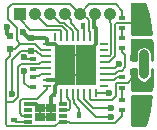
<source format=gbl>
G04 #@! TF.FileFunction,Copper,L2,Bot,Signal*
%FSLAX46Y46*%
G04 Gerber Fmt 4.6, Leading zero omitted, Abs format (unit mm)*
G04 Created by KiCad (PCBNEW 4.0.4+e1-6308~48~ubuntu14.04.1-stable) date Sat Nov 26 19:33:40 2016*
%MOMM*%
%LPD*%
G01*
G04 APERTURE LIST*
%ADD10C,0.350000*%
%ADD11R,0.600000X0.400000*%
%ADD12R,0.400000X0.600000*%
%ADD13R,0.500000X0.600000*%
%ADD14R,0.700000X0.250000*%
%ADD15R,0.250000X0.700000*%
%ADD16R,1.725000X1.725000*%
%ADD17C,1.050000*%
%ADD18R,1.050000X1.050000*%
%ADD19R,0.750000X0.300000*%
%ADD20R,0.875000X0.725000*%
%ADD21R,0.254000X0.254000*%
%ADD22C,0.600000*%
%ADD23C,0.304800*%
%ADD24C,0.152400*%
%ADD25C,0.254000*%
%ADD26C,0.300000*%
%ADD27O,0.799999X2.499999*%
G04 APERTURE END LIST*
D10*
D11*
X18135600Y-28143200D03*
D12*
X23672800Y-27736800D03*
X24003000Y-20193000D03*
X24903000Y-20193000D03*
D11*
X27300000Y-25450000D03*
X27300000Y-24550000D03*
X27305000Y-20432600D03*
X27305000Y-19532600D03*
D13*
X17780000Y-22199600D03*
X17780000Y-21099600D03*
X19590000Y-22300000D03*
X19590000Y-21200000D03*
D11*
X27300000Y-26450000D03*
X27300000Y-27350000D03*
X27300000Y-22100000D03*
X27300000Y-21200000D03*
X19786600Y-25411000D03*
X19786600Y-24511000D03*
X19786600Y-23001400D03*
X19786600Y-23901400D03*
D14*
X20942600Y-25270400D03*
X20942600Y-24770400D03*
X20942600Y-24270400D03*
X20942600Y-23770400D03*
X20942600Y-23270400D03*
X20942600Y-22770400D03*
X20942600Y-22270400D03*
X20942600Y-21770400D03*
D15*
X21592600Y-21120400D03*
X22092600Y-21120400D03*
X22592600Y-21120400D03*
X23092600Y-21120400D03*
X23592600Y-21120400D03*
X24092600Y-21120400D03*
X24592600Y-21120400D03*
X25092600Y-21120400D03*
D14*
X25742600Y-21770400D03*
X25742600Y-22270400D03*
X25742600Y-22770400D03*
X25742600Y-23270400D03*
X25742600Y-23770400D03*
X25742600Y-24270400D03*
X25742600Y-24770400D03*
X25742600Y-25270400D03*
D15*
X25092600Y-25920400D03*
X24592600Y-25920400D03*
X24092600Y-25920400D03*
X23592600Y-25920400D03*
X23092600Y-25920400D03*
X22592600Y-25920400D03*
X22092600Y-25920400D03*
X21592600Y-25920400D03*
D16*
X24205100Y-22657900D03*
X24205100Y-24382900D03*
X22480100Y-22657900D03*
X22480100Y-24382900D03*
D17*
X26238200Y-19177000D03*
X24968200Y-19177000D03*
D18*
X18618200Y-19177000D03*
D17*
X19888200Y-19177000D03*
X21158200Y-19177000D03*
X22428200Y-19177000D03*
X23698200Y-19177000D03*
D19*
X19352600Y-28309000D03*
X19352600Y-27809000D03*
X19352600Y-27309000D03*
X19352600Y-26809000D03*
X22252600Y-26809000D03*
X22252600Y-27309000D03*
X22252600Y-27809000D03*
X22252600Y-28309000D03*
D20*
X21240100Y-27196500D03*
X21240100Y-27921500D03*
X20365100Y-27196500D03*
X20365100Y-27921500D03*
D21*
X29006800Y-25095200D03*
X29006800Y-27635200D03*
X29006800Y-19202400D03*
X29006800Y-21742400D03*
D22*
X17571506Y-20339356D03*
X18913411Y-20751800D03*
X17953010Y-26009600D03*
X18968427Y-22858094D03*
X19015031Y-24053800D03*
X28295600Y-18542000D03*
X28295600Y-20675600D03*
X26202402Y-25908000D03*
X26995421Y-23469600D03*
X28255990Y-24079203D03*
X28295600Y-25450800D03*
X28255968Y-22961600D03*
X26365200Y-27166979D03*
X28295600Y-21539200D03*
X26365184Y-27919390D03*
X28346400Y-28397200D03*
X28346400Y-26365200D03*
D23*
X24903000Y-20193000D02*
X25092600Y-20382600D01*
X25092600Y-20382600D02*
X25092600Y-21120400D01*
X17571506Y-20339356D02*
X17571506Y-20891106D01*
X17571506Y-20891106D02*
X17780000Y-21099600D01*
X19352600Y-26809000D02*
X19977600Y-26809000D01*
X19977600Y-26809000D02*
X20365100Y-27196500D01*
X21592600Y-25920400D02*
X21240100Y-26272900D01*
X21240100Y-26272900D02*
X21240100Y-27196500D01*
X21592600Y-25920400D02*
X21590000Y-25923000D01*
X21592600Y-25920400D02*
X21597401Y-25915599D01*
X21597401Y-25915599D02*
X21597401Y-25265599D01*
X21597401Y-25265599D02*
X22480100Y-24382900D01*
X20942600Y-24770400D02*
X22092600Y-24770400D01*
X24903000Y-20193000D02*
X24903000Y-19242200D01*
X24903000Y-19242200D02*
X24968200Y-19177000D01*
X25092600Y-21120400D02*
X25087799Y-21125201D01*
X25087799Y-21125201D02*
X25087799Y-21775201D01*
X25087799Y-21775201D02*
X24205100Y-22657900D01*
X20942600Y-21770400D02*
X20947401Y-21775201D01*
X20947401Y-21775201D02*
X21597401Y-21775201D01*
X21597401Y-21775201D02*
X22480100Y-22657900D01*
X19590000Y-21200000D02*
X19361611Y-21200000D01*
X19361611Y-21200000D02*
X18913411Y-20751800D01*
X20942600Y-21770400D02*
X20942600Y-21340600D01*
X20942600Y-21340600D02*
X20802000Y-21200000D01*
X20802000Y-21200000D02*
X20649600Y-21200000D01*
X19590000Y-21200000D02*
X20649600Y-21200000D01*
D24*
X20365100Y-27196500D02*
X21240100Y-27196500D01*
X20365100Y-27921500D02*
X20365100Y-27196500D01*
X21240100Y-27921500D02*
X20365100Y-27921500D01*
X21240100Y-27196500D02*
X21240100Y-27921500D01*
X24205100Y-24382900D02*
X22480100Y-24382900D01*
X24205100Y-22657900D02*
X24205100Y-24382900D01*
X22480100Y-22657900D02*
X24205100Y-22657900D01*
X22480100Y-24382900D02*
X22480100Y-22657900D01*
X20942600Y-21770400D02*
X20942600Y-21493000D01*
X20942600Y-21493000D02*
X20649600Y-21200000D01*
X20649600Y-21200000D02*
X19992400Y-21200000D01*
X19992400Y-21200000D02*
X19590000Y-21200000D01*
X22480100Y-22657900D02*
X21592600Y-21770400D01*
X21592600Y-21770400D02*
X20942600Y-21770400D01*
X22480100Y-24382900D02*
X21592600Y-25270400D01*
X21592600Y-25270400D02*
X21592600Y-25920400D01*
X22092600Y-24770400D02*
X22480100Y-24382900D01*
X25092600Y-21120400D02*
X25092600Y-21770400D01*
X25092600Y-21770400D02*
X24205100Y-22657900D01*
X18481611Y-23712855D02*
X18481611Y-26242721D01*
X18750266Y-23444200D02*
X18481611Y-23712855D01*
X17424400Y-26619200D02*
X17424400Y-23114000D01*
X20266400Y-23444200D02*
X18750266Y-23444200D01*
X20440200Y-23270400D02*
X20266400Y-23444200D01*
X18481611Y-26242721D02*
X18079732Y-26644600D01*
X18079732Y-26644600D02*
X17449800Y-26644600D01*
X17780000Y-22758400D02*
X17780000Y-22199600D01*
X20942600Y-23270400D02*
X20440200Y-23270400D01*
X17449800Y-26644600D02*
X17424400Y-26619200D01*
X17424400Y-23114000D02*
X17780000Y-22758400D01*
X22919000Y-28448000D02*
X26720800Y-28448000D01*
X22780000Y-28309000D02*
X22919000Y-28448000D01*
X22252600Y-28309000D02*
X22780000Y-28309000D01*
X22027600Y-28309000D02*
X22252600Y-28309000D01*
X17562401Y-28687601D02*
X21648999Y-28687601D01*
X17424400Y-28549600D02*
X17562401Y-28687601D01*
X27300000Y-27868800D02*
X27300000Y-27350000D01*
X26720800Y-28448000D02*
X27300000Y-27868800D01*
X21648999Y-28687601D02*
X22027600Y-28309000D01*
X17424400Y-26670000D02*
X17424400Y-28549600D01*
X17449800Y-26644600D02*
X17424400Y-26670000D01*
X23698200Y-19177000D02*
X22910800Y-18389600D01*
X22910800Y-18389600D02*
X17944118Y-18389600D01*
X18364200Y-20384482D02*
X18364200Y-21445722D01*
X17944118Y-18389600D02*
X17627600Y-18706118D01*
X18364200Y-21445722D02*
X18665666Y-21747188D01*
X17627600Y-18706118D02*
X17627600Y-19647882D01*
X17627600Y-19647882D02*
X18364200Y-20384482D01*
X23698200Y-19177000D02*
X24485600Y-18389600D01*
X24485600Y-18389600D02*
X26771600Y-18389600D01*
X27305000Y-18923000D02*
X27305000Y-19532600D01*
X26771600Y-18389600D02*
X27305000Y-18923000D01*
X18665666Y-21747188D02*
X18213254Y-22199600D01*
X18213254Y-22199600D02*
X17780000Y-22199600D01*
X23698200Y-19177000D02*
X23898482Y-19177000D01*
X23898482Y-19177000D02*
X24474399Y-19752917D01*
X24474399Y-20675881D02*
X24474399Y-19752917D01*
X24592600Y-21120400D02*
X24561800Y-21089600D01*
X24561800Y-21089600D02*
X24561800Y-20763282D01*
X24561800Y-20763282D02*
X24474399Y-20675881D01*
X18665666Y-21747188D02*
X19916988Y-21747188D01*
X19916988Y-21747188D02*
X20440200Y-22270400D01*
X20440200Y-22270400D02*
X20942600Y-22270400D01*
X19590000Y-22300000D02*
X18746400Y-22300000D01*
X17953010Y-23093390D02*
X17953010Y-25585336D01*
X17953010Y-25585336D02*
X17953010Y-26009600D01*
X18746400Y-22300000D02*
X17953010Y-23093390D01*
X19590000Y-22300000D02*
X20014000Y-22300000D01*
X20014000Y-22300000D02*
X20484400Y-22770400D01*
X20484400Y-22770400D02*
X20942600Y-22770400D01*
X27300000Y-21200000D02*
X27300000Y-20437600D01*
X27300000Y-20437600D02*
X27305000Y-20432600D01*
X27300000Y-25450000D02*
X27300000Y-26450000D01*
X22428200Y-19177000D02*
X22953199Y-19701999D01*
X22953199Y-19701999D02*
X22953199Y-19978599D01*
X22953199Y-19978599D02*
X23592600Y-20618000D01*
X23592600Y-21120400D02*
X23592600Y-20618000D01*
X19524223Y-20540223D02*
X18618200Y-19634200D01*
X22092600Y-20618000D02*
X22014823Y-20540223D01*
X22014823Y-20540223D02*
X19524223Y-20540223D01*
X22092600Y-21120400D02*
X22092600Y-20618000D01*
X18618200Y-19634200D02*
X18618200Y-19177000D01*
X19786600Y-23001400D02*
X19111733Y-23001400D01*
X19111733Y-23001400D02*
X18968427Y-22858094D01*
X19888200Y-25411000D02*
X19416600Y-25411000D01*
X19416600Y-25411000D02*
X19015031Y-25009431D01*
X19015031Y-25009431D02*
X19015031Y-24478064D01*
X19015031Y-24478064D02*
X19015031Y-24053800D01*
X27300000Y-22452400D02*
X27300000Y-22100000D01*
X27524022Y-22676422D02*
X27300000Y-22452400D01*
X27524022Y-23723329D02*
X27524022Y-22676422D01*
X25742600Y-24270400D02*
X26668118Y-24270400D01*
X26940317Y-23998201D02*
X27249150Y-23998201D01*
X26668118Y-24270400D02*
X26940317Y-23998201D01*
X27249150Y-23998201D02*
X27524022Y-23723329D01*
X25742600Y-24770400D02*
X26614534Y-24770400D01*
X26614534Y-24770400D02*
X26834934Y-24550000D01*
X26834934Y-24550000D02*
X27300000Y-24550000D01*
X20942600Y-23770400D02*
X19917600Y-23770400D01*
X19917600Y-23770400D02*
X19786600Y-23901400D01*
X19888200Y-24460200D02*
X20243800Y-24460200D01*
X20243800Y-24460200D02*
X20433600Y-24270400D01*
X20433600Y-24270400D02*
X20942600Y-24270400D01*
X29006800Y-19202400D02*
X29006800Y-19481800D01*
X29006800Y-19481800D02*
X28498800Y-19989800D01*
X28498800Y-19989800D02*
X28270200Y-19989800D01*
X25742600Y-23270400D02*
X26194139Y-23270400D01*
X26194139Y-23270400D02*
X26695400Y-22769139D01*
X28270200Y-19989800D02*
X28295600Y-20015200D01*
X26695400Y-22769139D02*
X26695400Y-20103118D01*
X26695400Y-20103118D02*
X26808718Y-19989800D01*
X26808718Y-19989800D02*
X28270200Y-19989800D01*
X28295600Y-20015200D02*
X28295600Y-20675600D01*
X25641600Y-25920400D02*
X26190002Y-25920400D01*
X26190002Y-25920400D02*
X26202402Y-25908000D01*
X25092600Y-25920400D02*
X25641600Y-25920400D01*
X26695422Y-23769599D02*
X26995421Y-23469600D01*
X25742600Y-23770400D02*
X26694621Y-23770400D01*
X26694621Y-23770400D02*
X26695422Y-23769599D01*
X28255990Y-24576010D02*
X28255990Y-24503467D01*
X28255990Y-24503467D02*
X28255990Y-24079203D01*
X28168600Y-24663400D02*
X28255990Y-24576010D01*
X26771399Y-26162201D02*
X26434599Y-26499001D01*
X28168600Y-24663400D02*
X27813000Y-25019000D01*
X27813000Y-25019000D02*
X27432000Y-25019000D01*
X27432000Y-25019000D02*
X27429601Y-25021399D01*
X27429601Y-25021399D02*
X26817119Y-25021399D01*
X26817119Y-25021399D02*
X26771399Y-25067119D01*
X26771399Y-25067119D02*
X26771399Y-26162201D01*
X26434599Y-26499001D02*
X24668801Y-26499001D01*
X24668801Y-26499001D02*
X24592600Y-26422800D01*
X24592600Y-26422800D02*
X24592600Y-25920400D01*
X28168600Y-24663400D02*
X28600400Y-25095200D01*
X28600400Y-25095200D02*
X29006800Y-25095200D01*
X28295600Y-21539200D02*
X28803600Y-21539200D01*
X28803600Y-21539200D02*
X29006800Y-21742400D01*
X25940936Y-27166979D02*
X26365200Y-27166979D01*
X24092600Y-25920400D02*
X24092600Y-26422800D01*
X24092600Y-26422800D02*
X24836779Y-27166979D01*
X24836779Y-27166979D02*
X25940936Y-27166979D01*
X28346400Y-28397200D02*
X28346400Y-28295600D01*
X28346400Y-28295600D02*
X29006800Y-27635200D01*
X23592600Y-25920400D02*
X23592600Y-26422800D01*
X25940920Y-27919390D02*
X26365184Y-27919390D01*
X23592600Y-26422800D02*
X25089190Y-27919390D01*
X25089190Y-27919390D02*
X25940920Y-27919390D01*
X19888200Y-19177000D02*
X20946612Y-20235412D01*
X20946612Y-20235412D02*
X22210012Y-20235412D01*
X22210012Y-20235412D02*
X22592600Y-20618000D01*
X22592600Y-20618000D02*
X22592600Y-21120400D01*
X22066471Y-19930601D02*
X22405201Y-19930601D01*
X22405201Y-19930601D02*
X23092600Y-20618000D01*
X21158200Y-19177000D02*
X21312870Y-19177000D01*
X21312870Y-19177000D02*
X22066471Y-19930601D01*
X23092600Y-21120400D02*
X23092600Y-20618000D01*
X24092600Y-21120400D02*
X24092600Y-20255800D01*
X26245000Y-22770400D02*
X26390589Y-22624811D01*
X25742600Y-22770400D02*
X26245000Y-22770400D01*
X26238200Y-19919462D02*
X26238200Y-19177000D01*
X26390589Y-20071851D02*
X26238200Y-19919462D01*
X26390589Y-22624811D02*
X26390589Y-20071851D01*
X22252600Y-27309000D02*
X22780000Y-27309000D01*
X22780000Y-27309000D02*
X22885400Y-27203600D01*
X22885400Y-27203600D02*
X22885400Y-26593800D01*
X22805401Y-26513801D02*
X22592600Y-26250200D01*
X22885400Y-26593800D02*
X22805401Y-26513801D01*
X22592600Y-25920400D02*
X22592600Y-26250200D01*
X22092600Y-25920400D02*
X22092600Y-26598200D01*
X22092600Y-26598200D02*
X22201800Y-26707400D01*
X18825200Y-27809000D02*
X19352600Y-27809000D01*
X18786422Y-26389585D02*
X18643600Y-26532407D01*
X18643600Y-27627400D02*
X18825200Y-27809000D01*
X18643600Y-26532407D02*
X18643600Y-27627400D01*
X20100815Y-26389585D02*
X18786422Y-26389585D01*
X20942600Y-25547800D02*
X20100815Y-26389585D01*
X20942600Y-25270400D02*
X20942600Y-25547800D01*
X23672800Y-27736800D02*
X23672800Y-27228800D01*
X23672800Y-27228800D02*
X23190210Y-26746210D01*
X23190210Y-26746210D02*
X23190210Y-26467544D01*
X23190210Y-26467544D02*
X23092600Y-26369934D01*
X23092600Y-26369934D02*
X23092600Y-25920400D01*
X18301400Y-28309000D02*
X19352600Y-28309000D01*
X18135600Y-28143200D02*
X18301400Y-28309000D01*
D25*
G36*
X29206339Y-18395118D02*
X29218872Y-18426451D01*
X29238872Y-18476452D01*
X29245538Y-18486697D01*
X29249661Y-18498203D01*
X29271076Y-18533896D01*
X29285800Y-18578067D01*
X29344754Y-18754929D01*
X29383848Y-18891758D01*
X29386677Y-18897264D01*
X29387678Y-18903371D01*
X29415528Y-18977637D01*
X29433154Y-19039329D01*
X29452538Y-19116865D01*
X29470059Y-19186951D01*
X29478930Y-19266786D01*
X29481435Y-19274687D01*
X29481620Y-19282973D01*
X29501619Y-19372973D01*
X29502439Y-19374834D01*
X29502538Y-19376865D01*
X29521663Y-19453365D01*
X29540952Y-19549809D01*
X29541583Y-19551329D01*
X29541620Y-19552973D01*
X29559655Y-19634134D01*
X29568754Y-19725125D01*
X29570944Y-19732306D01*
X29570952Y-19739810D01*
X29590952Y-19839809D01*
X29590952Y-19839810D01*
X29609493Y-19932513D01*
X29618754Y-20025125D01*
X29620554Y-20031026D01*
X29620452Y-20037191D01*
X29639360Y-20141183D01*
X29648754Y-20235125D01*
X29650554Y-20241026D01*
X29650452Y-20247191D01*
X29669238Y-20350511D01*
X29678575Y-20453223D01*
X29688525Y-20572623D01*
X29690574Y-20579764D01*
X29690452Y-20587191D01*
X29709136Y-20689950D01*
X29718525Y-20802623D01*
X29724390Y-20873000D01*
X28127000Y-20873000D01*
X28127000Y-18377000D01*
X29192750Y-18377000D01*
X29206339Y-18395118D01*
X29206339Y-18395118D01*
G37*
X29206339Y-18395118D02*
X29218872Y-18426451D01*
X29238872Y-18476452D01*
X29245538Y-18486697D01*
X29249661Y-18498203D01*
X29271076Y-18533896D01*
X29285800Y-18578067D01*
X29344754Y-18754929D01*
X29383848Y-18891758D01*
X29386677Y-18897264D01*
X29387678Y-18903371D01*
X29415528Y-18977637D01*
X29433154Y-19039329D01*
X29452538Y-19116865D01*
X29470059Y-19186951D01*
X29478930Y-19266786D01*
X29481435Y-19274687D01*
X29481620Y-19282973D01*
X29501619Y-19372973D01*
X29502439Y-19374834D01*
X29502538Y-19376865D01*
X29521663Y-19453365D01*
X29540952Y-19549809D01*
X29541583Y-19551329D01*
X29541620Y-19552973D01*
X29559655Y-19634134D01*
X29568754Y-19725125D01*
X29570944Y-19732306D01*
X29570952Y-19739810D01*
X29590952Y-19839809D01*
X29590952Y-19839810D01*
X29609493Y-19932513D01*
X29618754Y-20025125D01*
X29620554Y-20031026D01*
X29620452Y-20037191D01*
X29639360Y-20141183D01*
X29648754Y-20235125D01*
X29650554Y-20241026D01*
X29650452Y-20247191D01*
X29669238Y-20350511D01*
X29678575Y-20453223D01*
X29688525Y-20572623D01*
X29690574Y-20579764D01*
X29690452Y-20587191D01*
X29709136Y-20689950D01*
X29718525Y-20802623D01*
X29724390Y-20873000D01*
X28127000Y-20873000D01*
X28127000Y-18377000D01*
X29192750Y-18377000D01*
X29206339Y-18395118D01*
G36*
X29768448Y-21411658D02*
X29768581Y-21412132D01*
X29768525Y-21412623D01*
X29778489Y-21532191D01*
X29788448Y-21661658D01*
X29788581Y-21662132D01*
X29788525Y-21662623D01*
X29798489Y-21782191D01*
X29808000Y-21905834D01*
X29808000Y-22030000D01*
X29809152Y-22035794D01*
X29808448Y-22041658D01*
X29828000Y-22295834D01*
X29828000Y-22430000D01*
X29829152Y-22435794D01*
X29828448Y-22441658D01*
X29838000Y-22565834D01*
X29838000Y-22830000D01*
X29839152Y-22835794D01*
X29838448Y-22841658D01*
X29848000Y-22965834D01*
X29848000Y-23123000D01*
X29787800Y-23123000D01*
X29787800Y-22589637D01*
X29736084Y-22329642D01*
X29588808Y-22109229D01*
X29368395Y-21961953D01*
X29108400Y-21910237D01*
X28848405Y-21961953D01*
X28627992Y-22109229D01*
X28480716Y-22329642D01*
X28429000Y-22589637D01*
X28429000Y-23123000D01*
X28127000Y-23123000D01*
X28127000Y-21377000D01*
X29765782Y-21377000D01*
X29768448Y-21411658D01*
X29768448Y-21411658D01*
G37*
X29768448Y-21411658D02*
X29768581Y-21412132D01*
X29768525Y-21412623D01*
X29778489Y-21532191D01*
X29788448Y-21661658D01*
X29788581Y-21662132D01*
X29788525Y-21662623D01*
X29798489Y-21782191D01*
X29808000Y-21905834D01*
X29808000Y-22030000D01*
X29809152Y-22035794D01*
X29808448Y-22041658D01*
X29828000Y-22295834D01*
X29828000Y-22430000D01*
X29829152Y-22435794D01*
X29828448Y-22441658D01*
X29838000Y-22565834D01*
X29838000Y-22830000D01*
X29839152Y-22835794D01*
X29838448Y-22841658D01*
X29848000Y-22965834D01*
X29848000Y-23123000D01*
X29787800Y-23123000D01*
X29787800Y-22589637D01*
X29736084Y-22329642D01*
X29588808Y-22109229D01*
X29368395Y-21961953D01*
X29108400Y-21910237D01*
X28848405Y-21961953D01*
X28627992Y-22109229D01*
X28480716Y-22329642D01*
X28429000Y-22589637D01*
X28429000Y-23123000D01*
X28127000Y-23123000D01*
X28127000Y-21377000D01*
X29765782Y-21377000D01*
X29768448Y-21411658D01*
G36*
X28429000Y-24349563D02*
X28480716Y-24609558D01*
X28627992Y-24829971D01*
X28848405Y-24977247D01*
X29108400Y-25028963D01*
X29368395Y-24977247D01*
X29588808Y-24829971D01*
X29736084Y-24609558D01*
X29787800Y-24349563D01*
X29787800Y-23877000D01*
X29848000Y-23877000D01*
X29848000Y-24034166D01*
X29838448Y-24158342D01*
X29839152Y-24164206D01*
X29838000Y-24170000D01*
X29838000Y-24434166D01*
X29828448Y-24558342D01*
X29829152Y-24564206D01*
X29828000Y-24570000D01*
X29828000Y-24704166D01*
X29808448Y-24958342D01*
X29809152Y-24964206D01*
X29808000Y-24970000D01*
X29808000Y-25094166D01*
X29798489Y-25217809D01*
X29788525Y-25337377D01*
X29788581Y-25337868D01*
X29788448Y-25338342D01*
X29778489Y-25467809D01*
X29768525Y-25587377D01*
X29768581Y-25587868D01*
X29768448Y-25588342D01*
X29765782Y-25623000D01*
X28127000Y-25623000D01*
X28127000Y-23877000D01*
X28429000Y-23877000D01*
X28429000Y-24349563D01*
X28429000Y-24349563D01*
G37*
X28429000Y-24349563D02*
X28480716Y-24609558D01*
X28627992Y-24829971D01*
X28848405Y-24977247D01*
X29108400Y-25028963D01*
X29368395Y-24977247D01*
X29588808Y-24829971D01*
X29736084Y-24609558D01*
X29787800Y-24349563D01*
X29787800Y-23877000D01*
X29848000Y-23877000D01*
X29848000Y-24034166D01*
X29838448Y-24158342D01*
X29839152Y-24164206D01*
X29838000Y-24170000D01*
X29838000Y-24434166D01*
X29828448Y-24558342D01*
X29829152Y-24564206D01*
X29828000Y-24570000D01*
X29828000Y-24704166D01*
X29808448Y-24958342D01*
X29809152Y-24964206D01*
X29808000Y-24970000D01*
X29808000Y-25094166D01*
X29798489Y-25217809D01*
X29788525Y-25337377D01*
X29788581Y-25337868D01*
X29788448Y-25338342D01*
X29778489Y-25467809D01*
X29768525Y-25587377D01*
X29768581Y-25587868D01*
X29768448Y-25588342D01*
X29765782Y-25623000D01*
X28127000Y-25623000D01*
X28127000Y-23877000D01*
X28429000Y-23877000D01*
X28429000Y-24349563D01*
G36*
X29718525Y-26197377D02*
X29709136Y-26310050D01*
X29690452Y-26412809D01*
X29690574Y-26420236D01*
X29688525Y-26427377D01*
X29678575Y-26546777D01*
X29669238Y-26649489D01*
X29650452Y-26752809D01*
X29650554Y-26758974D01*
X29648754Y-26764875D01*
X29639360Y-26858817D01*
X29620452Y-26962809D01*
X29620554Y-26968974D01*
X29618754Y-26974875D01*
X29609493Y-27067487D01*
X29590952Y-27160190D01*
X29590952Y-27160191D01*
X29570952Y-27260190D01*
X29570944Y-27267694D01*
X29568754Y-27274875D01*
X29559655Y-27365866D01*
X29541620Y-27447027D01*
X29541583Y-27448671D01*
X29540952Y-27450191D01*
X29521663Y-27546635D01*
X29502538Y-27623135D01*
X29502439Y-27625166D01*
X29501619Y-27627027D01*
X29481620Y-27717027D01*
X29481435Y-27725313D01*
X29478930Y-27733214D01*
X29470059Y-27813049D01*
X29452538Y-27883135D01*
X29433154Y-27960671D01*
X29415528Y-28022363D01*
X29387678Y-28096629D01*
X29386677Y-28102736D01*
X29383848Y-28108242D01*
X29344754Y-28245071D01*
X29285800Y-28421933D01*
X29271076Y-28466104D01*
X29249661Y-28501797D01*
X29245538Y-28513303D01*
X29238872Y-28523548D01*
X29218873Y-28573546D01*
X29218872Y-28573548D01*
X29206339Y-28604882D01*
X29192750Y-28623000D01*
X28127000Y-28623000D01*
X28127000Y-26127000D01*
X29724390Y-26127000D01*
X29718525Y-26197377D01*
X29718525Y-26197377D01*
G37*
X29718525Y-26197377D02*
X29709136Y-26310050D01*
X29690452Y-26412809D01*
X29690574Y-26420236D01*
X29688525Y-26427377D01*
X29678575Y-26546777D01*
X29669238Y-26649489D01*
X29650452Y-26752809D01*
X29650554Y-26758974D01*
X29648754Y-26764875D01*
X29639360Y-26858817D01*
X29620452Y-26962809D01*
X29620554Y-26968974D01*
X29618754Y-26974875D01*
X29609493Y-27067487D01*
X29590952Y-27160190D01*
X29590952Y-27160191D01*
X29570952Y-27260190D01*
X29570944Y-27267694D01*
X29568754Y-27274875D01*
X29559655Y-27365866D01*
X29541620Y-27447027D01*
X29541583Y-27448671D01*
X29540952Y-27450191D01*
X29521663Y-27546635D01*
X29502538Y-27623135D01*
X29502439Y-27625166D01*
X29501619Y-27627027D01*
X29481620Y-27717027D01*
X29481435Y-27725313D01*
X29478930Y-27733214D01*
X29470059Y-27813049D01*
X29452538Y-27883135D01*
X29433154Y-27960671D01*
X29415528Y-28022363D01*
X29387678Y-28096629D01*
X29386677Y-28102736D01*
X29383848Y-28108242D01*
X29344754Y-28245071D01*
X29285800Y-28421933D01*
X29271076Y-28466104D01*
X29249661Y-28501797D01*
X29245538Y-28513303D01*
X29238872Y-28523548D01*
X29218873Y-28573546D01*
X29218872Y-28573548D01*
X29206339Y-28604882D01*
X29192750Y-28623000D01*
X28127000Y-28623000D01*
X28127000Y-26127000D01*
X29724390Y-26127000D01*
X29718525Y-26197377D01*
D26*
X17571506Y-20339356D03*
X18913411Y-20751800D03*
X17953010Y-26009600D03*
X18968427Y-22858094D03*
X19015031Y-24053800D03*
X28295600Y-18542000D03*
X28295600Y-20675600D03*
X26202402Y-25908000D03*
X26995421Y-23469600D03*
X28255990Y-24079203D03*
X28295600Y-25450800D03*
X28255968Y-22961600D03*
X26365200Y-27166979D03*
X28295600Y-21539200D03*
X26365184Y-27919390D03*
X28346400Y-28397200D03*
X28346400Y-26365200D03*
D27*
X29108400Y-23469600D03*
M02*

</source>
